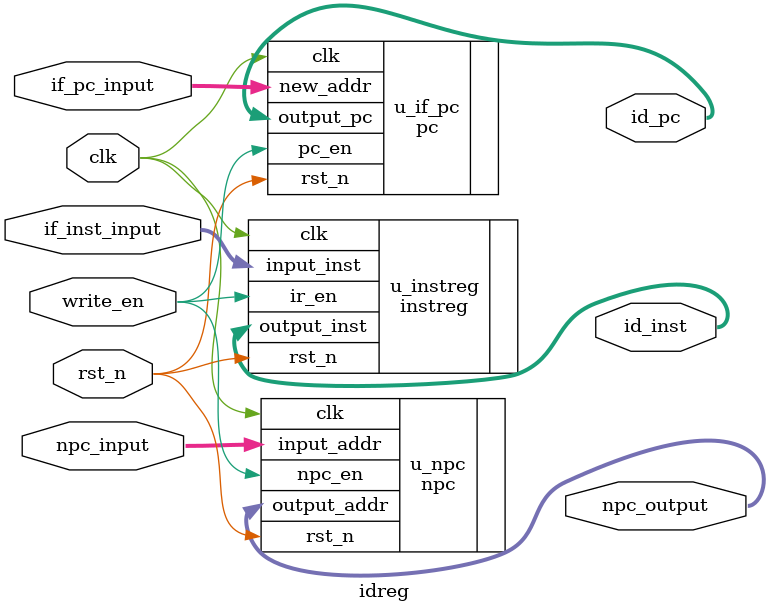
<source format=v>
module idreg(
    input           clk, rst_n, write_en,
    input   [31: 0] if_inst_input, if_pc_input, npc_input,
    
    output  [31: 0] id_inst, id_pc, npc_output
);
    
    instreg u_instreg(
        .input_inst(if_inst_input),
        .ir_en(write_en),
        .clk(clk),
        .rst_n(rst_n),
        
        .output_inst(id_inst)
    );
    
    pc u_if_pc(                            //program count
        .new_addr(if_pc_input),
        .clk(clk),
        .rst_n(rst_n),
        .pc_en(write_en),
        .output_pc(id_pc)
    );
    
    npc u_npc(
        .input_addr(npc_input),
        .clk(clk),
        .rst_n(rst_n),
        .npc_en(write_en),
        
        .output_addr(npc_output)
    );
    
endmodule
</source>
